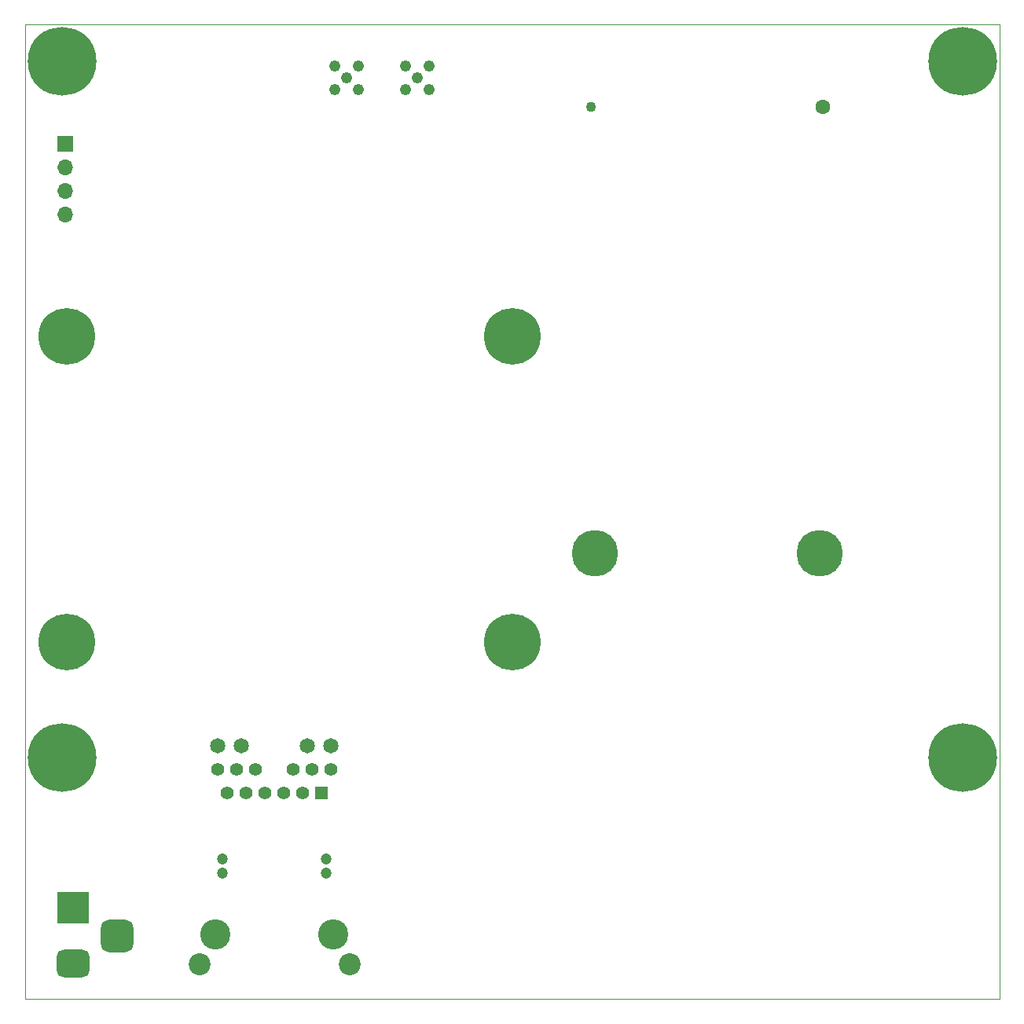
<source format=gbr>
%TF.GenerationSoftware,KiCad,Pcbnew,5.99.0-unknown-d8b1e827c7~129~ubuntu20.04.1*%
%TF.CreationDate,2021-06-14T16:17:33-05:00*%
%TF.ProjectId,AP3500,41503335-3030-42e6-9b69-6361645f7063,rev?*%
%TF.SameCoordinates,Original*%
%TF.FileFunction,Soldermask,Bot*%
%TF.FilePolarity,Negative*%
%FSLAX46Y46*%
G04 Gerber Fmt 4.6, Leading zero omitted, Abs format (unit mm)*
G04 Created by KiCad (PCBNEW 5.99.0-unknown-d8b1e827c7~129~ubuntu20.04.1) date 2021-06-14 16:17:33*
%MOMM*%
%LPD*%
G01*
G04 APERTURE LIST*
G04 Aperture macros list*
%AMRoundRect*
0 Rectangle with rounded corners*
0 $1 Rounding radius*
0 $2 $3 $4 $5 $6 $7 $8 $9 X,Y pos of 4 corners*
0 Add a 4 corners polygon primitive as box body*
4,1,4,$2,$3,$4,$5,$6,$7,$8,$9,$2,$3,0*
0 Add four circle primitives for the rounded corners*
1,1,$1+$1,$2,$3*
1,1,$1+$1,$4,$5*
1,1,$1+$1,$6,$7*
1,1,$1+$1,$8,$9*
0 Add four rect primitives between the rounded corners*
20,1,$1+$1,$2,$3,$4,$5,0*
20,1,$1+$1,$4,$5,$6,$7,0*
20,1,$1+$1,$6,$7,$8,$9,0*
20,1,$1+$1,$8,$9,$2,$3,0*%
G04 Aperture macros list end*
%TA.AperFunction,Profile*%
%ADD10C,0.100000*%
%TD*%
%ADD11R,3.500000X3.500000*%
%ADD12RoundRect,0.750000X1.000000X-0.750000X1.000000X0.750000X-1.000000X0.750000X-1.000000X-0.750000X0*%
%ADD13RoundRect,0.875000X0.875000X-0.875000X0.875000X0.875000X-0.875000X0.875000X-0.875000X-0.875000X0*%
%ADD14C,5.000000*%
%ADD15C,1.600000*%
%ADD16C,1.100000*%
%ADD17C,4.100000*%
%ADD18C,7.400000*%
%ADD19C,1.240000*%
%ADD20R,1.700000X1.700000*%
%ADD21O,1.700000X1.700000*%
%ADD22C,6.100000*%
%ADD23R,1.398000X1.398000*%
%ADD24C,1.398000*%
%ADD25C,1.200000*%
%ADD26C,1.650000*%
%ADD27C,2.362500*%
%ADD28C,3.250000*%
G04 APERTURE END LIST*
D10*
X105000000Y0D02*
X105000000Y-105000000D01*
X0Y0D02*
X105000000Y0D01*
X0Y-105000000D02*
X105000000Y-105000000D01*
X0Y-105000000D02*
X0Y0D01*
D11*
X5230671Y-95176004D03*
D12*
X5230671Y-101176004D03*
D13*
X9930671Y-98176004D03*
D14*
X85606800Y-56947800D03*
D15*
X86006800Y-8897800D03*
D14*
X61406800Y-56947800D03*
D16*
X61006800Y-8897800D03*
D17*
X101000000Y-4000000D03*
D18*
X101000000Y-4000000D03*
D19*
X42255917Y-5780177D03*
X40985917Y-7050177D03*
X40985917Y-4510177D03*
X43525917Y-7050177D03*
X43525917Y-4510177D03*
D20*
X4326800Y-12828000D03*
D21*
X4326800Y-15368000D03*
X4326800Y-17908000D03*
X4326800Y-20448000D03*
D22*
X52517997Y-66560008D03*
X52517997Y-33560008D03*
X4517997Y-33560008D03*
X4517997Y-66560008D03*
D18*
X101000000Y-79000000D03*
D17*
X101000000Y-79000000D03*
D23*
X31980000Y-82800000D03*
D24*
X29948000Y-82800000D03*
X27916000Y-82800000D03*
X25884000Y-82800000D03*
X23852000Y-82800000D03*
X21820000Y-82800000D03*
X32996000Y-80260000D03*
X30964000Y-80260000D03*
X28932000Y-80260000D03*
X24868000Y-80260000D03*
X22836000Y-80260000D03*
X20804000Y-80260000D03*
D25*
X32488000Y-89910000D03*
X21312000Y-89910000D03*
X32488000Y-91400000D03*
X21312000Y-91400000D03*
D26*
X32996000Y-77720000D03*
X30456000Y-77720000D03*
X23344000Y-77720000D03*
X20804000Y-77720000D03*
D27*
X34965000Y-101215000D03*
X18835000Y-101215000D03*
D28*
X33250000Y-98040000D03*
X20550000Y-98040000D03*
D18*
X4000000Y-4000000D03*
D17*
X4000000Y-4000000D03*
D19*
X34681000Y-5777000D03*
X33411000Y-7047000D03*
X35951000Y-7047000D03*
X35951000Y-4507000D03*
X33411000Y-4507000D03*
D17*
X4000000Y-79000000D03*
D18*
X4000000Y-79000000D03*
M02*

</source>
